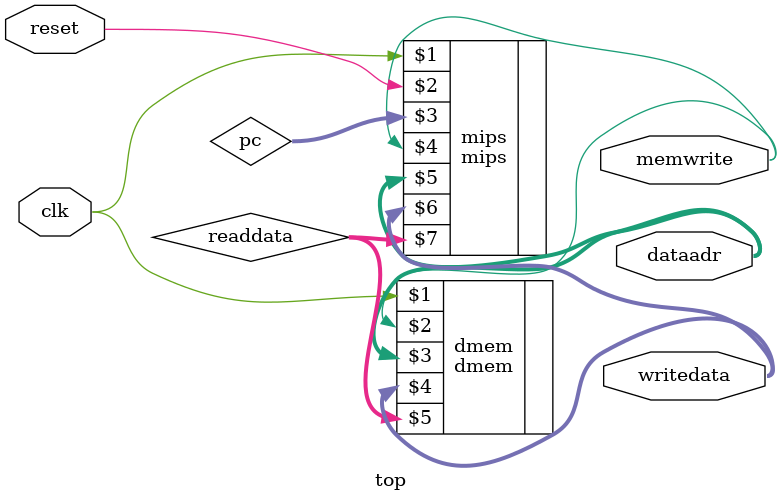
<source format=sv>
module top(input logic clk, reset,
            output logic [31:0] writedata, dataadr,
            output logic memwrite);
  logic [31:0] pc, readdata;
  // instantiate processor and memories
  mips mips(clk, reset, pc, memwrite, dataadr, writedata, readdata);
  dmem dmem(clk, memwrite, dataadr, writedata, readdata);
endmodule

</source>
